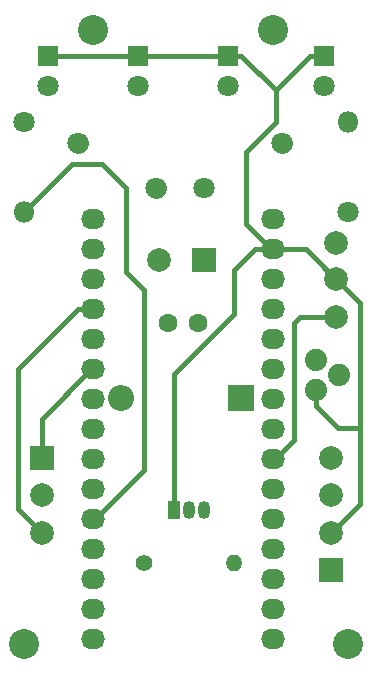
<source format=gbl>
G04 #@! TF.GenerationSoftware,KiCad,Pcbnew,(5.0.2)-1*
G04 #@! TF.CreationDate,2019-02-17T11:04:42-05:00*
G04 #@! TF.ProjectId,main,6d61696e-2e6b-4696-9361-645f70636258,rev?*
G04 #@! TF.SameCoordinates,Original*
G04 #@! TF.FileFunction,Copper,L2,Bot*
G04 #@! TF.FilePolarity,Positive*
%FSLAX46Y46*%
G04 Gerber Fmt 4.6, Leading zero omitted, Abs format (unit mm)*
G04 Created by KiCad (PCBNEW (5.0.2)-1) date 2019-02-17 11:04:42 AM*
%MOMM*%
%LPD*%
G01*
G04 APERTURE LIST*
G04 #@! TA.AperFunction,ComponentPad*
%ADD10R,1.998980X1.998980*%
G04 #@! TD*
G04 #@! TA.AperFunction,ComponentPad*
%ADD11C,1.998980*%
G04 #@! TD*
G04 #@! TA.AperFunction,ComponentPad*
%ADD12O,2.032000X1.727200*%
G04 #@! TD*
G04 #@! TA.AperFunction,ComponentPad*
%ADD13O,1.050000X1.500000*%
G04 #@! TD*
G04 #@! TA.AperFunction,ComponentPad*
%ADD14R,1.050000X1.500000*%
G04 #@! TD*
G04 #@! TA.AperFunction,ComponentPad*
%ADD15C,1.879600*%
G04 #@! TD*
G04 #@! TA.AperFunction,ComponentPad*
%ADD16C,2.540000*%
G04 #@! TD*
G04 #@! TA.AperFunction,ComponentPad*
%ADD17C,1.600000*%
G04 #@! TD*
G04 #@! TA.AperFunction,ComponentPad*
%ADD18R,1.800000X1.800000*%
G04 #@! TD*
G04 #@! TA.AperFunction,ComponentPad*
%ADD19C,1.800000*%
G04 #@! TD*
G04 #@! TA.AperFunction,ComponentPad*
%ADD20R,2.200000X2.200000*%
G04 #@! TD*
G04 #@! TA.AperFunction,ComponentPad*
%ADD21O,2.200000X2.200000*%
G04 #@! TD*
G04 #@! TA.AperFunction,ComponentPad*
%ADD22O,1.800000X1.800000*%
G04 #@! TD*
G04 #@! TA.AperFunction,Conductor*
%ADD23C,1.800000*%
G04 #@! TD*
G04 #@! TA.AperFunction,ComponentPad*
%ADD24C,1.400000*%
G04 #@! TD*
G04 #@! TA.AperFunction,ComponentPad*
%ADD25O,1.400000X1.400000*%
G04 #@! TD*
G04 #@! TA.AperFunction,Conductor*
%ADD26C,0.440000*%
G04 #@! TD*
G04 APERTURE END LIST*
D10*
G04 #@! TO.P,U3,14*
G04 #@! TO.N,+3V3*
X165735000Y-102870000D03*
D11*
G04 #@! TO.P,U3,5*
G04 #@! TO.N,GND*
X165735000Y-99695000D03*
G04 #@! TO.P,U3,6*
G04 #@! TO.N,/A4*
X165735000Y-96520000D03*
G04 #@! TO.P,U3,4*
G04 #@! TO.N,/A5*
X165735000Y-93345000D03*
G04 #@! TD*
D12*
G04 #@! TO.P,P2,1*
G04 #@! TO.N,/Vin*
X160782000Y-73152000D03*
G04 #@! TO.P,P2,2*
G04 #@! TO.N,GND*
X160782000Y-75692000D03*
G04 #@! TO.P,P2,3*
G04 #@! TO.N,/Reset*
X160782000Y-78232000D03*
G04 #@! TO.P,P2,4*
G04 #@! TO.N,+5V*
X160782000Y-80772000D03*
G04 #@! TO.P,P2,5*
G04 #@! TO.N,/A7*
X160782000Y-83312000D03*
G04 #@! TO.P,P2,6*
G04 #@! TO.N,/A6*
X160782000Y-85852000D03*
G04 #@! TO.P,P2,7*
G04 #@! TO.N,/A5*
X160782000Y-88392000D03*
G04 #@! TO.P,P2,8*
G04 #@! TO.N,/A4*
X160782000Y-90932000D03*
G04 #@! TO.P,P2,9*
G04 #@! TO.N,/A3*
X160782000Y-93472000D03*
G04 #@! TO.P,P2,10*
G04 #@! TO.N,/A2*
X160782000Y-96012000D03*
G04 #@! TO.P,P2,11*
G04 #@! TO.N,/A1*
X160782000Y-98552000D03*
G04 #@! TO.P,P2,12*
G04 #@! TO.N,/A0*
X160782000Y-101092000D03*
G04 #@! TO.P,P2,13*
G04 #@! TO.N,/AREF*
X160782000Y-103632000D03*
G04 #@! TO.P,P2,14*
G04 #@! TO.N,+3V3*
X160782000Y-106172000D03*
G04 #@! TO.P,P2,15*
G04 #@! TO.N,/13(SCK)*
X160782000Y-108712000D03*
G04 #@! TD*
D13*
G04 #@! TO.P,Q1,2*
G04 #@! TO.N,Net-(Q1-Pad2)*
X153670000Y-97790000D03*
G04 #@! TO.P,Q1,3*
G04 #@! TO.N,Net-(C1-Pad2)*
X154940000Y-97790000D03*
D14*
G04 #@! TO.P,Q1,1*
G04 #@! TO.N,GND*
X152400000Y-97790000D03*
G04 #@! TD*
D11*
G04 #@! TO.P,U1,3*
G04 #@! TO.N,GND*
X166116000Y-78232000D03*
G04 #@! TO.P,U1,4*
G04 #@! TO.N,/A3*
X166116000Y-81407000D03*
G04 #@! TO.P,U1,2*
G04 #@! TO.N,/Vin*
X166116000Y-75184000D03*
G04 #@! TD*
D10*
G04 #@! TO.P,IC1,6*
G04 #@! TO.N,/3(\002A\002A)*
X141224000Y-93345000D03*
D11*
G04 #@! TO.P,IC1,2*
G04 #@! TO.N,/2*
X141224000Y-96520000D03*
G04 #@! TO.P,IC1,7*
G04 #@! TO.N,GND*
X141224000Y-99695000D03*
G04 #@! TD*
D15*
G04 #@! TO.P,U2,3*
G04 #@! TO.N,GND*
X164465000Y-87630000D03*
G04 #@! TO.P,U2,2*
G04 #@! TO.N,/A6*
X166370000Y-86360000D03*
G04 #@! TO.P,U2,1*
G04 #@! TO.N,+5V*
X164465000Y-85090000D03*
G04 #@! TD*
D12*
G04 #@! TO.P,P1,1*
G04 #@! TO.N,/1(Tx)*
X145542000Y-73152000D03*
G04 #@! TO.P,P1,2*
G04 #@! TO.N,/0(Rx)*
X145542000Y-75692000D03*
G04 #@! TO.P,P1,3*
G04 #@! TO.N,/Reset*
X145542000Y-78232000D03*
G04 #@! TO.P,P1,4*
G04 #@! TO.N,GND*
X145542000Y-80772000D03*
G04 #@! TO.P,P1,5*
G04 #@! TO.N,/2*
X145542000Y-83312000D03*
G04 #@! TO.P,P1,6*
G04 #@! TO.N,/3(\002A\002A)*
X145542000Y-85852000D03*
G04 #@! TO.P,P1,7*
G04 #@! TO.N,/4*
X145542000Y-88392000D03*
G04 #@! TO.P,P1,8*
G04 #@! TO.N,/5(\002A\002A)*
X145542000Y-90932000D03*
G04 #@! TO.P,P1,9*
G04 #@! TO.N,/6(\002A\002A)*
X145542000Y-93472000D03*
G04 #@! TO.P,P1,10*
G04 #@! TO.N,/7*
X145542000Y-96012000D03*
G04 #@! TO.P,P1,11*
G04 #@! TO.N,/8*
X145542000Y-98552000D03*
G04 #@! TO.P,P1,12*
G04 #@! TO.N,/9(\002A\002A)*
X145542000Y-101092000D03*
G04 #@! TO.P,P1,13*
G04 #@! TO.N,/10(\002A\002A/SS)*
X145542000Y-103632000D03*
G04 #@! TO.P,P1,14*
G04 #@! TO.N,/11(\002A\002A/MOSI)*
X145542000Y-106172000D03*
G04 #@! TO.P,P1,15*
G04 #@! TO.N,/12(MISO)*
X145542000Y-108712000D03*
G04 #@! TD*
D16*
G04 #@! TO.P,P3,1*
G04 #@! TO.N,Net-(P3-Pad1)*
X145542000Y-57150000D03*
G04 #@! TD*
G04 #@! TO.P,P4,1*
G04 #@! TO.N,Net-(P4-Pad1)*
X139700000Y-109093000D03*
G04 #@! TD*
G04 #@! TO.P,P5,1*
G04 #@! TO.N,Net-(P5-Pad1)*
X167132000Y-109093000D03*
G04 #@! TD*
G04 #@! TO.P,P6,1*
G04 #@! TO.N,Net-(P6-Pad1)*
X160782000Y-57150000D03*
G04 #@! TD*
D17*
G04 #@! TO.P,C1,1*
G04 #@! TO.N,/A2*
X154432000Y-81915000D03*
G04 #@! TO.P,C1,2*
G04 #@! TO.N,Net-(C1-Pad2)*
X151932000Y-81915000D03*
G04 #@! TD*
D18*
G04 #@! TO.P,D1,1*
G04 #@! TO.N,GND*
X165100000Y-59309000D03*
D19*
G04 #@! TO.P,D1,2*
G04 #@! TO.N,Net-(D1-Pad2)*
X165100000Y-61849000D03*
G04 #@! TD*
G04 #@! TO.P,D2,2*
G04 #@! TO.N,Net-(D2-Pad2)*
X156972000Y-61849000D03*
D18*
G04 #@! TO.P,D2,1*
G04 #@! TO.N,GND*
X156972000Y-59309000D03*
G04 #@! TD*
G04 #@! TO.P,D3,1*
G04 #@! TO.N,GND*
X149352000Y-59309000D03*
D19*
G04 #@! TO.P,D3,2*
G04 #@! TO.N,Net-(D3-Pad2)*
X149352000Y-61849000D03*
G04 #@! TD*
G04 #@! TO.P,D4,2*
G04 #@! TO.N,Net-(D4-Pad2)*
X141732000Y-61849000D03*
D18*
G04 #@! TO.P,D4,1*
G04 #@! TO.N,GND*
X141732000Y-59309000D03*
G04 #@! TD*
D20*
G04 #@! TO.P,D5,1*
G04 #@! TO.N,/A2*
X158115000Y-88265000D03*
D21*
G04 #@! TO.P,D5,2*
G04 #@! TO.N,Net-(C1-Pad2)*
X147955000Y-88265000D03*
G04 #@! TD*
D10*
G04 #@! TO.P,M1,1*
G04 #@! TO.N,/A2*
X154940000Y-76581000D03*
D11*
G04 #@! TO.P,M1,2*
G04 #@! TO.N,Net-(C1-Pad2)*
X151130000Y-76581000D03*
G04 #@! TD*
D22*
G04 #@! TO.P,R1,2*
G04 #@! TO.N,Net-(D1-Pad2)*
X167132000Y-64897000D03*
D19*
G04 #@! TO.P,R1,1*
G04 #@! TO.N,/Vin*
X167132000Y-72517000D03*
G04 #@! TD*
G04 #@! TO.P,R2,1*
G04 #@! TO.N,/A2*
X154940000Y-70485000D03*
G04 #@! TO.P,R2,2*
G04 #@! TO.N,Net-(D2-Pad2)*
X161539114Y-66675000D03*
D23*
G04 #@! TD*
G04 #@! TO.N,Net-(D2-Pad2)*
G04 #@! TO.C,R2*
X161539114Y-66675000D02*
X161539114Y-66675000D01*
D19*
G04 #@! TO.P,R3,2*
G04 #@! TO.N,Net-(D3-Pad2)*
X144276886Y-66675000D03*
D23*
G04 #@! TD*
G04 #@! TO.N,Net-(D3-Pad2)*
G04 #@! TO.C,R3*
X144276886Y-66675000D02*
X144276886Y-66675000D01*
D19*
G04 #@! TO.P,R3,1*
G04 #@! TO.N,/2*
X150876000Y-70485000D03*
D23*
G04 #@! TD*
G04 #@! TO.N,/2*
G04 #@! TO.C,R3*
X150876000Y-70485000D02*
X150876000Y-70485000D01*
D22*
G04 #@! TO.P,R4,1*
G04 #@! TO.N,/8*
X139700000Y-72517000D03*
D19*
G04 #@! TO.P,R4,2*
G04 #@! TO.N,Net-(D4-Pad2)*
X139700000Y-64897000D03*
G04 #@! TD*
D24*
G04 #@! TO.P,R5,1*
G04 #@! TO.N,/7*
X149860000Y-102235000D03*
D25*
G04 #@! TO.P,R5,2*
G04 #@! TO.N,Net-(Q1-Pad2)*
X157480000Y-102235000D03*
G04 #@! TD*
D26*
G04 #@! TO.N,GND*
X163950000Y-59309000D02*
X165100000Y-59309000D01*
X161036000Y-62223000D02*
X163950000Y-59309000D01*
X158122000Y-59309000D02*
X156972000Y-59309000D01*
X161036000Y-62223000D02*
X158122000Y-59309000D01*
X156972000Y-59309000D02*
X149352000Y-59309000D01*
X149352000Y-59309000D02*
X141732000Y-59309000D01*
X144276000Y-80772000D02*
X139192000Y-85856000D01*
X166116000Y-78232000D02*
X165116511Y-77232511D01*
X168148000Y-80264000D02*
X168148000Y-89535000D01*
X166116000Y-78232000D02*
X168148000Y-80264000D01*
X152400000Y-95250000D02*
X152400000Y-97790000D01*
X152400000Y-86233000D02*
X152400000Y-95250000D01*
X157480000Y-81153000D02*
X152400000Y-86233000D01*
X168148000Y-97282000D02*
X165735000Y-99695000D01*
X166310923Y-90805000D02*
X168148000Y-90805000D01*
X164465000Y-88959077D02*
X166310923Y-90805000D01*
X164465000Y-87630000D02*
X164465000Y-88959077D01*
X168148000Y-89535000D02*
X168148000Y-90805000D01*
X168148000Y-90805000D02*
X168148000Y-97282000D01*
X144276000Y-80772000D02*
X145542000Y-80772000D01*
X158496000Y-67437000D02*
X158496000Y-73558400D01*
X161036000Y-62223000D02*
X161036000Y-64897000D01*
X161036000Y-64897000D02*
X158496000Y-67437000D01*
X163576000Y-75692000D02*
X163830000Y-75946000D01*
X160782000Y-75692000D02*
X163576000Y-75692000D01*
X163830000Y-75946000D02*
X166116000Y-78232000D01*
X160782000Y-75692000D02*
X159258000Y-75692000D01*
X157480000Y-77470000D02*
X157480000Y-79375000D01*
X159258000Y-75692000D02*
X157480000Y-77470000D01*
X157480000Y-78841600D02*
X157480000Y-79375000D01*
X157480000Y-79375000D02*
X157480000Y-81153000D01*
X158496000Y-73558400D02*
X160629600Y-75692000D01*
X139192000Y-97663000D02*
X141224000Y-99695000D01*
X139192000Y-85856000D02*
X139192000Y-97663000D01*
G04 #@! TO.N,/3(\002A\002A)*
X145389600Y-85852000D02*
X145542000Y-85852000D01*
X141224000Y-90017600D02*
X145389600Y-85852000D01*
X141224000Y-90017600D02*
X141224000Y-93345000D01*
G04 #@! TO.N,/8*
X149860000Y-79121000D02*
X148336000Y-77597000D01*
X148336000Y-77597000D02*
X148336000Y-70485000D01*
X148336000Y-70485000D02*
X146304000Y-68453000D01*
X143764000Y-68453000D02*
X139700000Y-72517000D01*
X146304000Y-68453000D02*
X143764000Y-68453000D01*
X149860000Y-94386400D02*
X149860000Y-85725000D01*
X145694400Y-98552000D02*
X149860000Y-94386400D01*
X149860000Y-86233000D02*
X149860000Y-85725000D01*
X149860000Y-85725000D02*
X149860000Y-79121000D01*
G04 #@! TO.N,/A5*
X160782000Y-88392000D02*
X160934400Y-88392000D01*
G04 #@! TO.N,/A4*
X160782000Y-90932000D02*
X160934400Y-90932000D01*
G04 #@! TO.N,/A3*
X163068000Y-81407000D02*
X166116000Y-81407000D01*
X162560000Y-81915000D02*
X163068000Y-81407000D01*
X162560000Y-91846400D02*
X162560000Y-81915000D01*
X160782000Y-93472000D02*
X160934400Y-93472000D01*
X160934400Y-93472000D02*
X162560000Y-91846400D01*
G04 #@! TD*
M02*

</source>
